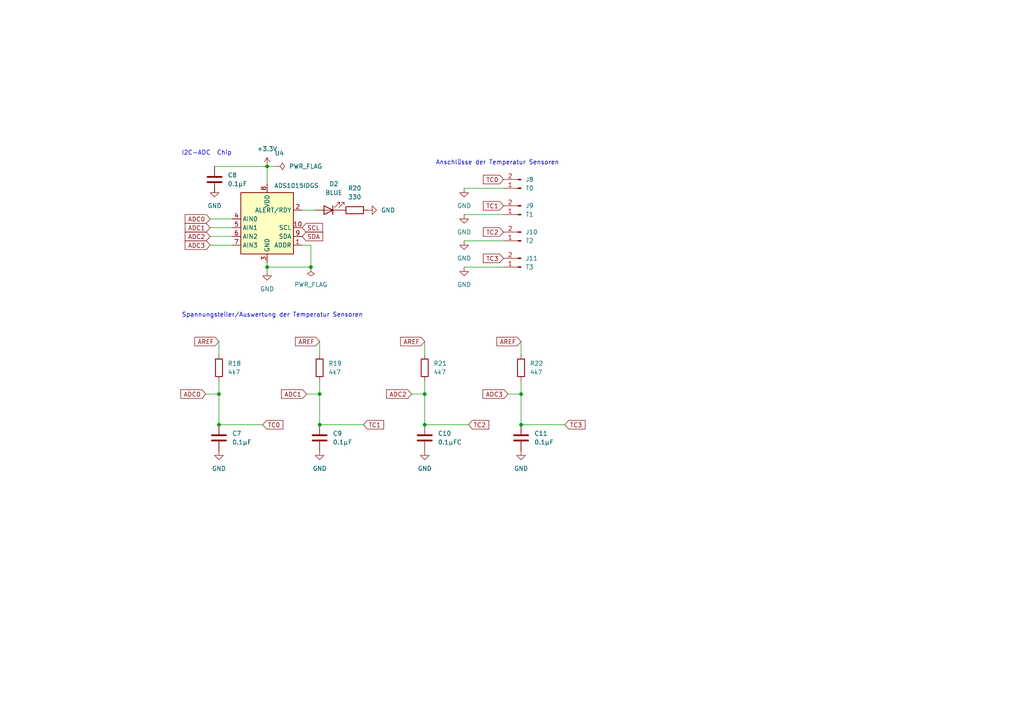
<source format=kicad_sch>
(kicad_sch (version 20231120) (generator "eeschema") (generator_version "8.0")
  (paper "A4")
  (lib_symbols
    (symbol "Analog_ADC:ADS1015IDGS"
      (property "Reference" "U" (at 2.54 13.97 0))
      (property "Value" "ADS1015IDGS" (at 7.62 11.43 0))
      (symbol "ADS1015IDGS_0_1"
        (rectangle (start -7.62 10.16) (end 7.62 -7.62) (stroke (width 0.254)) (fill (type background)))
      )
      (symbol "ADS1015IDGS_1_1"
        (pin input line (at 10.16 -5.08 180) (length 2.54) (name "ADDR") (number "1"))
        (pin input line (at 10.16 0 180) (length 2.54) (name "SCL") (number "10"))
        (pin output line (at 10.16 5.08 180) (length 2.54) (name "ALERT/RDY") (number "2"))
        (pin power_in line (at 0 -10.16 90) (length 2.54) (name "GND") (number "3"))
        (pin input line (at -10.16 2.54 0) (length 2.54) (name "AIN0") (number "4"))
        (pin input line (at -10.16 0 0) (length 2.54) (name "AIN1") (number "5"))
        (pin input line (at -10.16 -2.54 0) (length 2.54) (name "AIN2") (number "6"))
        (pin input line (at -10.16 -5.08 0) (length 2.54) (name "AIN3") (number "7"))
        (pin power_in line (at 0 12.7 270) (length 2.54) (name "VDD") (number "8"))
        (pin bidirectional line (at 10.16 -2.54 180) (length 2.54) (name "SDA") (number "9"))
      )
    )
    (symbol "Connector:Conn_01x02_Male" (pin_names (offset 1.016) hide)
      (property "Reference" "J" (at 0 2.54 0))
      (property "Value" "Conn_01x02_Male" (at 0 -5.08 0))
      (symbol "Conn_01x02_Male_1_1"
        (polyline (pts (xy 1.27 -2.54) (xy 0.8636 -2.54)) (stroke (width 0.1524)))
        (polyline (pts (xy 1.27 0) (xy 0.8636 0)) (stroke (width 0.1524)))
        (rectangle (start 0.8636 -2.413) (end 0 -2.667) (stroke (width 0.1524)) (fill (type outline)))
        (rectangle (start 0.8636 0.127) (end 0 -0.127) (stroke (width 0.1524)) (fill (type outline)))
        (pin passive line (at 5.08 0 180) (length 3.81) (name "Pin_1") (number "1"))
        (pin passive line (at 5.08 -2.54 180) (length 3.81) (name "Pin_2") (number "2"))
      )
    )
    (symbol "Device:C" (pin_numbers hide) (pin_names (offset 0.254))
      (property "Reference" "C" (at 0.635 2.54 0))
      (property "Value" "C" (at 0.635 -2.54 0))
      (symbol "C_0_1"
        (polyline (pts (xy -2.032 -0.762) (xy 2.032 -0.762)) (stroke (width 0.508)))
        (polyline (pts (xy -2.032 0.762) (xy 2.032 0.762)) (stroke (width 0.508)))
      )
      (symbol "C_1_1"
        (pin passive line (at 0 3.81 270) (length 2.794) (name "~") (number "1"))
        (pin passive line (at 0 -3.81 90) (length 2.794) (name "~") (number "2"))
      )
    )
    (symbol "Device:LED" (pin_numbers hide) (pin_names (offset 1.016) hide)
      (property "Reference" "D" (at 0 2.54 0))
      (property "Value" "LED" (at 0 -2.54 0))
      (symbol "LED_0_1"
        (polyline (pts (xy -1.27 -1.27) (xy -1.27 1.27)) (stroke (width 0.254)))
        (polyline (pts (xy -1.27 0) (xy 1.27 0)))
        (polyline (pts (xy 1.27 -1.27) (xy 1.27 1.27) (xy -1.27 0) (xy 1.27 -1.27)) (stroke (width 0.254)))
        (polyline (pts (xy -3.048 -0.762) (xy -4.572 -2.286) (xy -3.81 -2.286) (xy -4.572 -2.286) (xy -4.572 -1.524)))
        (polyline (pts (xy -1.778 -0.762) (xy -3.302 -2.286) (xy -2.54 -2.286) (xy -3.302 -2.286) (xy -3.302 -1.524)))
      )
      (symbol "LED_1_1"
        (pin passive line (at -3.81 0 0) (length 2.54) (name "K") (number "1"))
        (pin passive line (at 3.81 0 180) (length 2.54) (name "A") (number "2"))
      )
    )
    (symbol "Device:R" (pin_numbers hide) (pin_names (offset 0))
      (property "Reference" "R" (at 2.032 0 90))
      (property "Value" "R" (at 0 0 90))
      (symbol "R_0_1"
        (rectangle (start -1.016 -2.54) (end 1.016 2.54) (stroke (width 0.254)))
      )
      (symbol "R_1_1"
        (pin passive line (at 0 3.81 270) (length 1.27) (name "~") (number "1"))
        (pin passive line (at 0 -3.81 90) (length 1.27) (name "~") (number "2"))
      )
    )
    (symbol "power:+3.3V" (power) (pin_numbers hide) (pin_names (offset 0) hide)
      (property "Value" "+3.3V" (at 0 3.556 0))
      (symbol "+3.3V_0_1"
        (polyline (pts (xy -0.762 1.27) (xy 0 2.54)))
        (polyline (pts (xy 0 0) (xy 0 2.54)))
        (polyline (pts (xy 0 2.54) (xy 0.762 1.27)))
      )
      (symbol "+3.3V_1_1"
        (pin power_in line (at 0 0 90) (length 0) (name "~") (number "1"))
      )
    )
    (symbol "power:GND" (power) (pin_numbers hide) (pin_names (offset 0) hide)
      (property "Value" "GND" (at 0 -3.81 0))
      (symbol "GND_0_1"
        (polyline (pts (xy 0 0) (xy 0 -1.27) (xy 1.27 -1.27) (xy 0 -2.54) (xy -1.27 -1.27) (xy 0 -1.27)))
      )
      (symbol "GND_1_1"
        (pin power_in line (at 0 0 270) (length 0) (name "~") (number "1"))
      )
    )
    (symbol "power:PWR_FLAG" (power) (pin_numbers hide) (pin_names (offset 0) hide)
      (property "Value" "PWR_FLAG" (at 0 3.81 0))
      (symbol "PWR_FLAG_0_0"
        (pin power_out line (at 0 0 90) (length 0) (name "~") (number "1"))
      )
      (symbol "PWR_FLAG_0_1"
        (polyline (pts (xy 0 0) (xy 0 1.27) (xy -1.016 1.905) (xy 0 2.54) (xy 1.016 1.905) (xy 0 1.27)))
      )
    )
  )
  (junction (at 151.13 123.19))
  (junction (at 77.47 48.26))
  (junction (at 123.19 114.3))
  (junction (at 77.47 77.47))
  (junction (at 92.71 123.19))
  (junction (at 123.19 123.19))
  (junction (at 92.71 114.3))
  (junction (at 90.17 77.47))
  (junction (at 151.13 114.3))
  (junction (at 63.5 123.19))
  (junction (at 63.5 114.3))
  (wire (pts (xy 92.71 123.19) (xy 92.71 114.3)))
  (wire (pts (xy 123.19 114.3) (xy 119.38 114.3)))
  (wire (pts (xy 92.71 123.19) (xy 105.41 123.19)))
  (wire (pts (xy 92.71 114.3) (xy 88.9 114.3)))
  (wire (pts (xy 60.96 71.12) (xy 67.31 71.12)))
  (wire (pts (xy 123.19 114.3) (xy 123.19 110.49)))
  (wire (pts (xy 60.96 68.58) (xy 67.31 68.58)))
  (wire (pts (xy 134.62 54.61) (xy 146.05 54.61)))
  (wire (pts (xy 134.62 62.23) (xy 146.05 62.23)))
  (wire (pts (xy 63.5 110.49) (xy 63.5 114.3)))
  (wire (pts (xy 123.19 123.19) (xy 135.89 123.19)))
  (wire (pts (xy 92.71 110.49) (xy 92.71 114.3)))
  (wire (pts (xy 62.23 55.88) (xy 62.23 54.61)))
  (wire (pts (xy 77.47 48.26) (xy 77.47 53.34)))
  (wire (pts (xy 92.71 99.06) (xy 92.71 102.87)))
  (wire (pts (xy 77.47 48.26) (xy 62.23 48.26)))
  (wire (pts (xy 77.47 78.74) (xy 77.47 77.47)))
  (wire (pts (xy 151.13 99.06) (xy 151.13 102.87)))
  (wire (pts (xy 77.47 77.47) (xy 90.17 77.47)))
  (wire (pts (xy 60.96 63.5) (xy 67.31 63.5)))
  (wire (pts (xy 151.13 123.19) (xy 163.83 123.19)))
  (wire (pts (xy 77.47 77.47) (xy 77.47 76.2)))
  (wire (pts (xy 151.13 123.19) (xy 151.13 114.3)))
  (wire (pts (xy 87.63 60.96) (xy 91.44 60.96)))
  (wire (pts (xy 80.01 48.26) (xy 77.47 48.26)))
  (wire (pts (xy 63.5 99.06) (xy 63.5 102.87)))
  (wire (pts (xy 134.62 77.47) (xy 146.05 77.47)))
  (wire (pts (xy 60.96 66.04) (xy 67.31 66.04)))
  (wire (pts (xy 87.63 71.12) (xy 90.17 71.12)))
  (wire (pts (xy 134.62 69.85) (xy 146.05 69.85)))
  (wire (pts (xy 123.19 99.06) (xy 123.19 102.87)))
  (wire (pts (xy 63.5 114.3) (xy 59.69 114.3)))
  (wire (pts (xy 63.5 123.19) (xy 63.5 114.3)))
  (wire (pts (xy 151.13 110.49) (xy 151.13 114.3)))
  (wire (pts (xy 123.19 123.19) (xy 123.19 114.3)))
  (wire (pts (xy 90.17 71.12) (xy 90.17 77.47)))
  (wire (pts (xy 63.5 123.19) (xy 76.2 123.19)))
  (wire (pts (xy 151.13 114.3) (xy 147.32 114.3)))
  (text "Anschlüsse der Temperatur Sensoren\n" (at 144.272 47.244 0) (effects (font (size 1.27 1.27))))
  (text "I2C-ADC  Chip\n" (at 59.944 44.45 0) (effects (font (size 1.27 1.27))))
  (text "Spannungsteiler/Auswertung der Temperatur Sensoren\n" (at 78.994 91.44 0) (effects (font (size 1.27 1.27))))
  (global_label "ADC1" (shape input) (at 88.9 114.3 180) (property "Intersheetrefs" "${INTERSHEET_REFS}" (effects (hide yes))))
  (global_label "ADC2" (shape input) (at 60.96 68.58 180) (property "Intersheetrefs" "${INTERSHEET_REFS}" (effects (hide yes))))
  (global_label "ADC3" (shape input) (at 147.32 114.3 180) (property "Intersheetrefs" "${INTERSHEET_REFS}" (effects (hide yes))))
  (global_label "AREF" (shape input) (at 123.19 99.06 180) (property "Intersheetrefs" "${INTERSHEET_REFS}" (effects (hide yes))))
  (global_label "TC0" (shape input) (at 146.05 52.07 180) (property "Intersheetrefs" "${INTERSHEET_REFS}" (effects (hide yes))))
  (global_label "AREF" (shape input) (at 63.5 99.06 180) (property "Intersheetrefs" "${INTERSHEET_REFS}" (effects (hide yes))))
  (global_label "TC0" (shape input) (at 76.2 123.19 0) (property "Intersheetrefs" "${INTERSHEET_REFS}" (effects (hide yes))))
  (global_label "TC1" (shape input) (at 146.05 59.69 180) (property "Intersheetrefs" "${INTERSHEET_REFS}" (effects (hide yes))))
  (global_label "SDA" (shape input) (at 87.63 68.58 0) (property "Intersheetrefs" "${INTERSHEET_REFS}" (effects (hide yes))))
  (global_label "ADC3" (shape input) (at 60.96 71.12 180) (property "Intersheetrefs" "${INTERSHEET_REFS}" (effects (hide yes))))
  (global_label "AREF" (shape input) (at 151.13 99.06 180) (property "Intersheetrefs" "${INTERSHEET_REFS}" (effects (hide yes))))
  (global_label "ADC0" (shape input) (at 60.96 63.5 180) (property "Intersheetrefs" "${INTERSHEET_REFS}" (effects (hide yes))))
  (global_label "TC3" (shape input) (at 163.83 123.19 0) (property "Intersheetrefs" "${INTERSHEET_REFS}" (effects (hide yes))))
  (global_label "TC3" (shape input) (at 146.05 74.93 180) (property "Intersheetrefs" "${INTERSHEET_REFS}" (effects (hide yes))))
  (global_label "ADC0" (shape input) (at 59.69 114.3 180) (property "Intersheetrefs" "${INTERSHEET_REFS}" (effects (hide yes))))
  (global_label "ADC2" (shape input) (at 119.38 114.3 180) (property "Intersheetrefs" "${INTERSHEET_REFS}" (effects (hide yes))))
  (global_label "TC1" (shape input) (at 105.41 123.19 0) (property "Intersheetrefs" "${INTERSHEET_REFS}" (effects (hide yes))))
  (global_label "TC2" (shape input) (at 135.89 123.19 0) (property "Intersheetrefs" "${INTERSHEET_REFS}" (effects (hide yes))))
  (global_label "ADC1" (shape input) (at 60.96 66.04 180) (property "Intersheetrefs" "${INTERSHEET_REFS}" (effects (hide yes))))
  (global_label "AREF" (shape input) (at 92.71 99.06 180) (property "Intersheetrefs" "${INTERSHEET_REFS}" (effects (hide yes))))
  (global_label "SCL" (shape input) (at 87.63 66.04 0) (property "Intersheetrefs" "${INTERSHEET_REFS}" (effects (hide yes))))
  (global_label "TC2" (shape input) (at 146.05 67.31 180) (property "Intersheetrefs" "${INTERSHEET_REFS}" (effects (hide yes))))
  (symbol (lib_id "power:GND") (at 77.47 78.74 0) (unit 1)
    (property "Reference" "#PWR042" (effects (hide yes)))
    (property "Value" "GND" (at 77.47 83.82 0))
    (property "Description" "Power symbol creates a global label with name \"GND\" , ground" (effects (hide yes)))
  )
  (symbol (lib_id "Connector:Conn_01x02_Male") (at 151.13 69.85 180) (unit 1)
    (property "Reference" "J10" (at 152.4 67.3099 0) (effects (justify right)))
    (property "Value" "T2" (at 152.4 69.8499 0) (effects (justify right)))
    (property "Footprint" "Connector_JST:JST_EH_B2B-EH-A_1x02_P2.50mm_Vertical" (effects (hide yes)))
    (property "Description" "Generic connector, single row, 01x02, script generated (kicad-library-utils/schlib/autogen/connector/)" (effects (hide yes)))
  )
  (symbol (lib_id "Device:C") (at 63.5 127 0) (unit 1)
    (property "Reference" "C7" (at 67.31 125.7299 0) (effects (justify left)))
    (property "Value" "0.1µF" (at 67.31 128.2699 0) (effects (justify left)))
    (property "Footprint" "Capacitor_SMD:C_0402_1005Metric" (effects (hide yes)))
    (property "Description" "Unpolarized capacitor" (effects (hide yes)))
  )
  (symbol (lib_id "power:PWR_FLAG") (at 80.01 48.26 270) (unit 1)
    (property "Reference" "#FLG03" (effects (hide yes)))
    (property "Value" "PWR_FLAG" (at 83.82 48.2599 90) (effects (justify left)))
    (property "Description" "Special symbol for telling ERC where power comes from" (effects (hide yes)))
  )
  (symbol (lib_id "Device:C") (at 62.23 52.07 0) (unit 1)
    (property "Reference" "C8" (at 66.04 50.7999 0) (effects (justify left)))
    (property "Value" "0.1µF" (at 66.04 53.3399 0) (effects (justify left)))
    (property "Footprint" "Capacitor_SMD:C_0402_1005Metric" (effects (hide yes)))
    (property "Description" "Unpolarized capacitor" (effects (hide yes)))
  )
  (symbol (lib_id "power:GND") (at 106.68 60.96 90) (unit 1)
    (property "Reference" "#PWR044" (effects (hide yes)))
    (property "Value" "GND" (at 110.49 60.9599 90) (effects (justify right)))
    (property "Description" "Power symbol creates a global label with name \"GND\" , ground" (effects (hide yes)))
  )
  (symbol (lib_id "Connector:Conn_01x02_Male") (at 151.13 54.61 180) (unit 1)
    (property "Reference" "J8" (at 152.4 52.0699 0) (effects (justify right)))
    (property "Value" "T0" (at 152.4 54.6099 0) (effects (justify right)))
    (property "Footprint" "Connector_JST:JST_EH_S2B-EH_1x02_P2.50mm_Horizontal" (effects (hide yes)))
    (property "Description" "Generic connector, single row, 01x02, script generated (kicad-library-utils/schlib/autogen/connector/)" (effects (hide yes)))
  )
  (symbol (lib_id "Device:R") (at 151.13 106.68 0) (unit 1)
    (property "Reference" "R22" (at 153.67 105.4099 0) (effects (justify left)))
    (property "Value" "4k7" (at 153.67 107.9499 0) (effects (justify left)))
    (property "Footprint" "Resistor_SMD:R_0402_1005Metric" (effects (hide yes)))
    (property "Description" "Resistor" (effects (hide yes)))
  )
  (symbol (lib_id "Device:C") (at 123.19 127 0) (unit 1)
    (property "Reference" "C10" (at 127 125.7299 0) (effects (justify left)))
    (property "Value" "0.1µFC" (at 127 128.2699 0) (effects (justify left)))
    (property "Footprint" "Capacitor_SMD:C_0402_1005Metric" (effects (hide yes)))
    (property "Description" "Unpolarized capacitor" (effects (hide yes)))
  )
  (symbol (lib_id "power:PWR_FLAG") (at 90.17 77.47 180) (unit 1)
    (property "Reference" "#FLG04" (effects (hide yes)))
    (property "Value" "PWR_FLAG" (at 90.17 82.55 0))
    (property "Description" "Special symbol for telling ERC where power comes from" (effects (hide yes)))
  )
  (symbol (lib_id "Connector:Conn_01x02_Male") (at 151.13 62.23 180) (unit 1)
    (property "Reference" "J9" (at 152.4 59.6899 0) (effects (justify right)))
    (property "Value" "T1" (at 152.4 62.2299 0) (effects (justify right)))
    (property "Footprint" "Connector_JST:JST_EH_S2B-EH_1x02_P2.50mm_Horizontal" (effects (hide yes)))
    (property "Description" "Generic connector, single row, 01x02, script generated (kicad-library-utils/schlib/autogen/connector/)" (effects (hide yes)))
  )
  (symbol (lib_id "Device:C") (at 151.13 127 0) (unit 1)
    (property "Reference" "C11" (at 154.94 125.7299 0) (effects (justify left)))
    (property "Value" "0.1µF" (at 154.94 128.2699 0) (effects (justify left)))
    (property "Footprint" "Capacitor_SMD:C_0402_1005Metric" (effects (hide yes)))
    (property "Description" "Unpolarized capacitor" (effects (hide yes)))
  )
  (symbol (lib_id "Device:R") (at 123.19 106.68 0) (unit 1)
    (property "Reference" "R21" (at 125.73 105.4099 0) (effects (justify left)))
    (property "Value" "4k7" (at 125.73 107.9499 0) (effects (justify left)))
    (property "Footprint" "Resistor_SMD:R_0402_1005Metric" (effects (hide yes)))
    (property "Description" "Resistor" (effects (hide yes)))
  )
  (symbol (lib_id "Device:LED") (at 95.25 60.96 180) (unit 1)
    (property "Reference" "D2" (at 96.8375 53.34 0))
    (property "Value" "BLUE" (at 96.8375 55.88 0))
    (property "Footprint" "LED_SMD:LED_0805_2012Metric" (effects (hide yes)))
    (property "Description" "Light emitting diode" (effects (hide yes)))
  )
  (symbol (lib_id "power:GND") (at 134.62 69.85 0) (unit 1)
    (property "Reference" "#PWR049" (effects (hide yes)))
    (property "Value" "GND" (at 134.62 74.93 0))
    (property "Description" "Power symbol creates a global label with name \"GND\" , ground" (effects (hide yes)))
  )
  (symbol (lib_id "Device:R") (at 102.87 60.96 270) (unit 1)
    (property "Reference" "R20" (at 102.87 54.61 90))
    (property "Value" "330" (at 102.87 57.15 90))
    (property "Footprint" "Resistor_SMD:R_0402_1005Metric" (effects (hide yes)))
    (property "Description" "Resistor" (effects (hide yes)))
  )
  (symbol (lib_id "power:GND") (at 134.62 77.47 0) (unit 1)
    (property "Reference" "#PWR050" (effects (hide yes)))
    (property "Value" "GND" (at 134.62 82.55 0))
    (property "Description" "Power symbol creates a global label with name \"GND\" , ground" (effects (hide yes)))
  )
  (symbol (lib_id "power:GND") (at 62.23 54.61 0) (unit 1)
    (property "Reference" "#PWR040" (effects (hide yes)))
    (property "Value" "GND" (at 62.23 59.69 0))
    (property "Description" "Power symbol creates a global label with name \"GND\" , ground" (effects (hide yes)))
  )
  (symbol (lib_id "Device:R") (at 63.5 106.68 0) (unit 1)
    (property "Reference" "R18" (at 66.04 105.4099 0) (effects (justify left)))
    (property "Value" "4k7" (at 66.04 107.9499 0) (effects (justify left)))
    (property "Footprint" "Resistor_SMD:R_0402_1005Metric" (effects (hide yes)))
    (property "Description" "Resistor" (effects (hide yes)))
  )
  (symbol (lib_id "Device:R") (at 92.71 106.68 0) (unit 1)
    (property "Reference" "R19" (at 95.25 105.4099 0) (effects (justify left)))
    (property "Value" "4k7" (at 95.25 107.9499 0) (effects (justify left)))
    (property "Footprint" "Resistor_SMD:R_0402_1005Metric" (effects (hide yes)))
    (property "Description" "Resistor" (effects (hide yes)))
  )
  (symbol (lib_id "Connector:Conn_01x02_Male") (at 151.13 77.47 180) (unit 1)
    (property "Reference" "J11" (at 152.4 74.9299 0) (effects (justify right)))
    (property "Value" "T3" (at 152.4 77.4699 0) (effects (justify right)))
    (property "Footprint" "Connector_JST:JST_EH_B2B-EH-A_1x02_P2.50mm_Vertical" (effects (hide yes)))
    (property "Description" "Generic connector, single row, 01x02, script generated (kicad-library-utils/schlib/autogen/connector/)" (effects (hide yes)))
  )
  (symbol (lib_id "power:GND") (at 134.62 54.61 0) (unit 1)
    (property "Reference" "#PWR047" (effects (hide yes)))
    (property "Value" "GND" (at 134.62 59.69 0))
    (property "Description" "Power symbol creates a global label with name \"GND\" , ground" (effects (hide yes)))
  )
  (symbol (lib_id "power:+3.3V") (at 77.47 48.26 0) (unit 1)
    (property "Reference" "#PWR041" (effects (hide yes)))
    (property "Value" "+3.3V" (at 77.47 43.18 0))
    (property "Description" "Power symbol creates a global label with name \"+3.3V\"" (effects (hide yes)))
  )
  (symbol (lib_id "Analog_ADC:ADS1015IDGS") (at 77.47 66.04 0) (unit 1)
    (property "Reference" "U4" (at 79.6641 44.45 0) (effects (justify left)))
    (property "Value" "ADS1015IDGS" (at 79.502 53.848 0) (effects (justify left)))
    (property "Footprint" "Package_SO:TSSOP-10_3x3mm_P0.5mm" (effects (hide yes)))
    (property "Datasheet" "http://www.ti.com/lit/ds/symlink/ads1015.pdf" (effects (hide yes)))
    (property "Description" "Ultra-Small, Low-Power, I2C-Compatible, 3.3-kSPS, 12-Bit ADCs With Internal Reference, Oscillator, and Programmable Comparator, VSSOP-10" (effects (hide yes)))
  )
  (symbol (lib_id "Device:C") (at 92.71 127 0) (unit 1)
    (property "Reference" "C9" (at 96.52 125.7299 0) (effects (justify left)))
    (property "Value" "0.1µF" (at 96.52 128.2699 0) (effects (justify left)))
    (property "Footprint" "Capacitor_SMD:C_0402_1005Metric" (effects (hide yes)))
    (property "Description" "Unpolarized capacitor" (effects (hide yes)))
  )
  (symbol (lib_id "power:GND") (at 63.5 130.81 0) (unit 1)
    (property "Reference" "#PWR039" (effects (hide yes)))
    (property "Value" "GND" (at 63.5 135.89 0))
    (property "Description" "Power symbol creates a global label with name \"GND\" , ground" (effects (hide yes)))
  )
  (symbol (lib_id "power:GND") (at 151.13 130.81 0) (unit 1)
    (property "Reference" "#PWR046" (effects (hide yes)))
    (property "Value" "GND" (at 151.13 135.89 0))
    (property "Description" "Power symbol creates a global label with name \"GND\" , ground" (effects (hide yes)))
  )
  (symbol (lib_id "power:GND") (at 123.19 130.81 0) (unit 1)
    (property "Reference" "#PWR045" (effects (hide yes)))
    (property "Value" "GND" (at 123.19 135.89 0))
    (property "Description" "Power symbol creates a global label with name \"GND\" , ground" (effects (hide yes)))
  )
  (symbol (lib_id "power:GND") (at 92.71 130.81 0) (unit 1)
    (property "Reference" "#PWR043" (effects (hide yes)))
    (property "Value" "GND" (at 92.71 135.89 0))
    (property "Description" "Power symbol creates a global label with name \"GND\" , ground" (effects (hide yes)))
  )
  (symbol (lib_id "power:GND") (at 134.62 62.23 0) (unit 1)
    (property "Reference" "#PWR048" (effects (hide yes)))
    (property "Value" "GND" (at 134.62 67.31 0))
    (property "Description" "Power symbol creates a global label with name \"GND\" , ground" (effects (hide yes)))
  )
)
</source>
